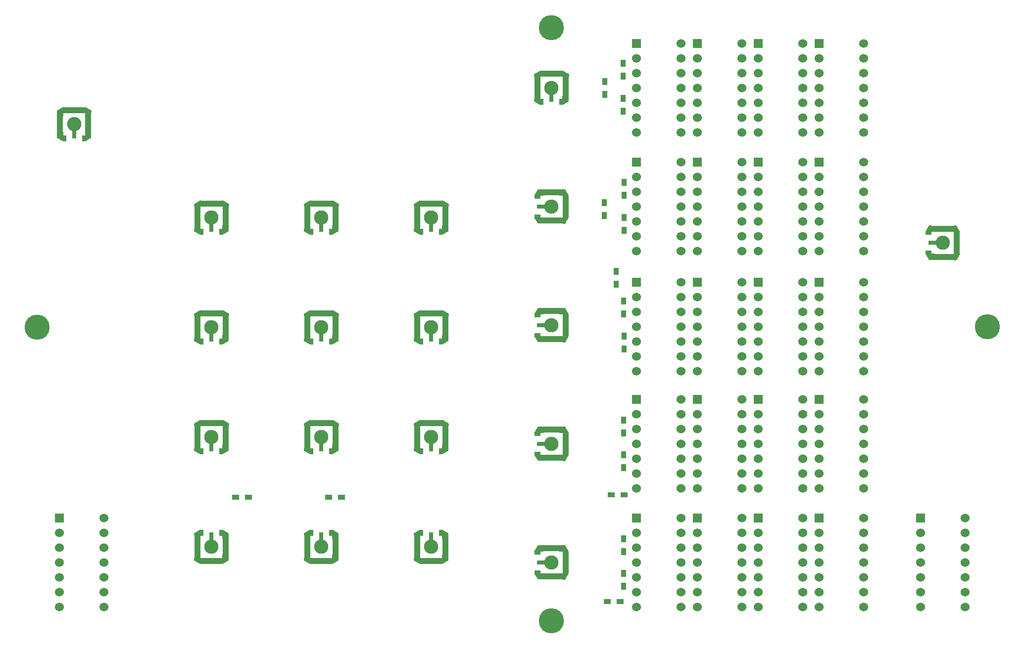
<source format=gts>
G04 #@! TF.FileFunction,Soldermask,Top*
%FSLAX46Y46*%
G04 Gerber Fmt 4.6, Leading zero omitted, Abs format (unit mm)*
G04 Created by KiCad (PCBNEW 4.0.7) date 01/05/18 00:11:09*
%MOMM*%
%LPD*%
G01*
G04 APERTURE LIST*
%ADD10C,0.100000*%
%ADD11C,4.300000*%
%ADD12R,0.900000X1.200000*%
%ADD13R,1.524000X1.524000*%
%ADD14C,1.524000*%
%ADD15R,1.200000X0.900000*%
%ADD16R,0.608000X1.090000*%
%ADD17R,1.090000X3.920000*%
%ADD18C,2.450000*%
%ADD19R,0.640000X2.450000*%
%ADD20R,3.920000X1.090000*%
%ADD21R,1.090000X0.608000*%
%ADD22R,2.450000X0.640000*%
G04 APERTURE END LIST*
D10*
D11*
X228759000Y-94371000D03*
X154220000Y-144790000D03*
D12*
X166500000Y-49300000D03*
X166500000Y-51500000D03*
X166600000Y-69700000D03*
X166600000Y-71900000D03*
X166567000Y-90000000D03*
X166567000Y-92200000D03*
X166567000Y-118504000D03*
X166567000Y-116304000D03*
X166567000Y-138824000D03*
X166567000Y-136624000D03*
X166500000Y-55300000D03*
X166500000Y-57500000D03*
X166600000Y-75700000D03*
X166600000Y-77900000D03*
X166600000Y-96000000D03*
X166600000Y-98200000D03*
X166567000Y-112550000D03*
X166567000Y-110350000D03*
X166567000Y-132870000D03*
X166567000Y-130670000D03*
D13*
X168787000Y-45847000D03*
D14*
X168787000Y-48387000D03*
X168787000Y-50927000D03*
X168787000Y-53467000D03*
X168787000Y-56007000D03*
X168787000Y-58547000D03*
X168787000Y-61087000D03*
X176407000Y-45847000D03*
X176407000Y-48387000D03*
X176407000Y-50927000D03*
X176407000Y-53467000D03*
X176407000Y-56007000D03*
X176407000Y-58547000D03*
X176407000Y-61087000D03*
D13*
X179201000Y-45847000D03*
D14*
X179201000Y-48387000D03*
X179201000Y-50927000D03*
X179201000Y-53467000D03*
X179201000Y-56007000D03*
X179201000Y-58547000D03*
X179201000Y-61087000D03*
X186821000Y-45847000D03*
X186821000Y-48387000D03*
X186821000Y-50927000D03*
X186821000Y-53467000D03*
X186821000Y-56007000D03*
X186821000Y-58547000D03*
X186821000Y-61087000D03*
D13*
X189615000Y-45847000D03*
D14*
X189615000Y-48387000D03*
X189615000Y-50927000D03*
X189615000Y-53467000D03*
X189615000Y-56007000D03*
X189615000Y-58547000D03*
X189615000Y-61087000D03*
X197235000Y-45847000D03*
X197235000Y-48387000D03*
X197235000Y-50927000D03*
X197235000Y-53467000D03*
X197235000Y-56007000D03*
X197235000Y-58547000D03*
X197235000Y-61087000D03*
D13*
X200029000Y-45847000D03*
D14*
X200029000Y-48387000D03*
X200029000Y-50927000D03*
X200029000Y-53467000D03*
X200029000Y-56007000D03*
X200029000Y-58547000D03*
X200029000Y-61087000D03*
X207649000Y-45847000D03*
X207649000Y-48387000D03*
X207649000Y-50927000D03*
X207649000Y-53467000D03*
X207649000Y-56007000D03*
X207649000Y-58547000D03*
X207649000Y-61087000D03*
D13*
X168787000Y-66167000D03*
D14*
X168787000Y-68707000D03*
X168787000Y-71247000D03*
X168787000Y-73787000D03*
X168787000Y-76327000D03*
X168787000Y-78867000D03*
X168787000Y-81407000D03*
X176407000Y-66167000D03*
X176407000Y-68707000D03*
X176407000Y-71247000D03*
X176407000Y-73787000D03*
X176407000Y-76327000D03*
X176407000Y-78867000D03*
X176407000Y-81407000D03*
D13*
X179201000Y-66167000D03*
D14*
X179201000Y-68707000D03*
X179201000Y-71247000D03*
X179201000Y-73787000D03*
X179201000Y-76327000D03*
X179201000Y-78867000D03*
X179201000Y-81407000D03*
X186821000Y-66167000D03*
X186821000Y-68707000D03*
X186821000Y-71247000D03*
X186821000Y-73787000D03*
X186821000Y-76327000D03*
X186821000Y-78867000D03*
X186821000Y-81407000D03*
D13*
X189615000Y-66167000D03*
D14*
X189615000Y-68707000D03*
X189615000Y-71247000D03*
X189615000Y-73787000D03*
X189615000Y-76327000D03*
X189615000Y-78867000D03*
X189615000Y-81407000D03*
X197235000Y-66167000D03*
X197235000Y-68707000D03*
X197235000Y-71247000D03*
X197235000Y-73787000D03*
X197235000Y-76327000D03*
X197235000Y-78867000D03*
X197235000Y-81407000D03*
D13*
X200029000Y-66167000D03*
D14*
X200029000Y-68707000D03*
X200029000Y-71247000D03*
X200029000Y-73787000D03*
X200029000Y-76327000D03*
X200029000Y-78867000D03*
X200029000Y-81407000D03*
X207649000Y-66167000D03*
X207649000Y-68707000D03*
X207649000Y-71247000D03*
X207649000Y-73787000D03*
X207649000Y-76327000D03*
X207649000Y-78867000D03*
X207649000Y-81407000D03*
D13*
X168787000Y-86741000D03*
D14*
X168787000Y-89281000D03*
X168787000Y-91821000D03*
X168787000Y-94361000D03*
X168787000Y-96901000D03*
X168787000Y-99441000D03*
X168787000Y-101981000D03*
X176407000Y-86741000D03*
X176407000Y-89281000D03*
X176407000Y-91821000D03*
X176407000Y-94361000D03*
X176407000Y-96901000D03*
X176407000Y-99441000D03*
X176407000Y-101981000D03*
D13*
X179201000Y-86741000D03*
D14*
X179201000Y-89281000D03*
X179201000Y-91821000D03*
X179201000Y-94361000D03*
X179201000Y-96901000D03*
X179201000Y-99441000D03*
X179201000Y-101981000D03*
X186821000Y-86741000D03*
X186821000Y-89281000D03*
X186821000Y-91821000D03*
X186821000Y-94361000D03*
X186821000Y-96901000D03*
X186821000Y-99441000D03*
X186821000Y-101981000D03*
D13*
X189615000Y-86741000D03*
D14*
X189615000Y-89281000D03*
X189615000Y-91821000D03*
X189615000Y-94361000D03*
X189615000Y-96901000D03*
X189615000Y-99441000D03*
X189615000Y-101981000D03*
X197235000Y-86741000D03*
X197235000Y-89281000D03*
X197235000Y-91821000D03*
X197235000Y-94361000D03*
X197235000Y-96901000D03*
X197235000Y-99441000D03*
X197235000Y-101981000D03*
D13*
X200029000Y-86741000D03*
D14*
X200029000Y-89281000D03*
X200029000Y-91821000D03*
X200029000Y-94361000D03*
X200029000Y-96901000D03*
X200029000Y-99441000D03*
X200029000Y-101981000D03*
X207649000Y-86741000D03*
X207649000Y-89281000D03*
X207649000Y-91821000D03*
X207649000Y-94361000D03*
X207649000Y-96901000D03*
X207649000Y-99441000D03*
X207649000Y-101981000D03*
D13*
X168787000Y-106807000D03*
D14*
X168787000Y-109347000D03*
X168787000Y-111887000D03*
X168787000Y-114427000D03*
X168787000Y-116967000D03*
X168787000Y-119507000D03*
X168787000Y-122047000D03*
X176407000Y-106807000D03*
X176407000Y-109347000D03*
X176407000Y-111887000D03*
X176407000Y-114427000D03*
X176407000Y-116967000D03*
X176407000Y-119507000D03*
X176407000Y-122047000D03*
D13*
X179201000Y-106807000D03*
D14*
X179201000Y-109347000D03*
X179201000Y-111887000D03*
X179201000Y-114427000D03*
X179201000Y-116967000D03*
X179201000Y-119507000D03*
X179201000Y-122047000D03*
X186821000Y-106807000D03*
X186821000Y-109347000D03*
X186821000Y-111887000D03*
X186821000Y-114427000D03*
X186821000Y-116967000D03*
X186821000Y-119507000D03*
X186821000Y-122047000D03*
D13*
X189615000Y-106807000D03*
D14*
X189615000Y-109347000D03*
X189615000Y-111887000D03*
X189615000Y-114427000D03*
X189615000Y-116967000D03*
X189615000Y-119507000D03*
X189615000Y-122047000D03*
X197235000Y-106807000D03*
X197235000Y-109347000D03*
X197235000Y-111887000D03*
X197235000Y-114427000D03*
X197235000Y-116967000D03*
X197235000Y-119507000D03*
X197235000Y-122047000D03*
D13*
X200029000Y-106807000D03*
D14*
X200029000Y-109347000D03*
X200029000Y-111887000D03*
X200029000Y-114427000D03*
X200029000Y-116967000D03*
X200029000Y-119507000D03*
X200029000Y-122047000D03*
X207649000Y-106807000D03*
X207649000Y-109347000D03*
X207649000Y-111887000D03*
X207649000Y-114427000D03*
X207649000Y-116967000D03*
X207649000Y-119507000D03*
X207649000Y-122047000D03*
D13*
X168787000Y-127127000D03*
D14*
X168787000Y-129667000D03*
X168787000Y-132207000D03*
X168787000Y-134747000D03*
X168787000Y-137287000D03*
X168787000Y-139827000D03*
X168787000Y-142367000D03*
X176407000Y-127127000D03*
X176407000Y-129667000D03*
X176407000Y-132207000D03*
X176407000Y-134747000D03*
X176407000Y-137287000D03*
X176407000Y-139827000D03*
X176407000Y-142367000D03*
D13*
X179201000Y-127127000D03*
D14*
X179201000Y-129667000D03*
X179201000Y-132207000D03*
X179201000Y-134747000D03*
X179201000Y-137287000D03*
X179201000Y-139827000D03*
X179201000Y-142367000D03*
X186821000Y-127127000D03*
X186821000Y-129667000D03*
X186821000Y-132207000D03*
X186821000Y-134747000D03*
X186821000Y-137287000D03*
X186821000Y-139827000D03*
X186821000Y-142367000D03*
D13*
X189615000Y-127127000D03*
D14*
X189615000Y-129667000D03*
X189615000Y-132207000D03*
X189615000Y-134747000D03*
X189615000Y-137287000D03*
X189615000Y-139827000D03*
X189615000Y-142367000D03*
X197235000Y-127127000D03*
X197235000Y-129667000D03*
X197235000Y-132207000D03*
X197235000Y-134747000D03*
X197235000Y-137287000D03*
X197235000Y-139827000D03*
X197235000Y-142367000D03*
D13*
X200029000Y-127127000D03*
D14*
X200029000Y-129667000D03*
X200029000Y-132207000D03*
X200029000Y-134747000D03*
X200029000Y-137287000D03*
X200029000Y-139827000D03*
X200029000Y-142367000D03*
X207649000Y-127127000D03*
X207649000Y-129667000D03*
X207649000Y-132207000D03*
X207649000Y-134747000D03*
X207649000Y-137287000D03*
X207649000Y-139827000D03*
X207649000Y-142367000D03*
D13*
X70009000Y-127127000D03*
D14*
X70009000Y-129667000D03*
X70009000Y-132207000D03*
X70009000Y-134747000D03*
X70009000Y-137287000D03*
X70009000Y-139827000D03*
X70009000Y-142367000D03*
X77629000Y-127127000D03*
X77629000Y-129667000D03*
X77629000Y-132207000D03*
X77629000Y-134747000D03*
X77629000Y-137287000D03*
X77629000Y-139827000D03*
X77629000Y-142367000D03*
D13*
X217329000Y-127127000D03*
D14*
X217329000Y-129667000D03*
X217329000Y-132207000D03*
X217329000Y-134747000D03*
X217329000Y-137287000D03*
X217329000Y-139827000D03*
X217329000Y-142367000D03*
X224949000Y-127127000D03*
X224949000Y-129667000D03*
X224949000Y-132207000D03*
X224949000Y-134747000D03*
X224949000Y-137287000D03*
X224949000Y-139827000D03*
X224949000Y-142367000D03*
D12*
X163300000Y-52400000D03*
X163300000Y-54600000D03*
X163250000Y-73150000D03*
X163250000Y-75350000D03*
X165300000Y-87100000D03*
X165300000Y-84900000D03*
D15*
X166624000Y-123200000D03*
X164424000Y-123200000D03*
X166000000Y-141500000D03*
X163800000Y-141500000D03*
D10*
G36*
X94189000Y-78654500D02*
X93099000Y-78029500D01*
X93099000Y-77654500D01*
X94189000Y-77029500D01*
X94189000Y-78654500D01*
X94189000Y-78654500D01*
G37*
G36*
X94189000Y-74354500D02*
X93099000Y-73729500D01*
X93099000Y-73354500D01*
X94189000Y-72729500D01*
X94189000Y-74354500D01*
X94189000Y-74354500D01*
G37*
G36*
X97899000Y-77029500D02*
X98989000Y-77654500D01*
X98989000Y-78029500D01*
X97899000Y-78654500D01*
X97899000Y-77029500D01*
X97899000Y-77029500D01*
G37*
D16*
X94444000Y-78092000D03*
D17*
X98459000Y-75692000D03*
D18*
X96044000Y-75692000D03*
D19*
X96044000Y-76942000D03*
D17*
X93629000Y-75692000D03*
D20*
X96044000Y-73277000D03*
D16*
X97644000Y-78092000D03*
D10*
G36*
X97949000Y-72729500D02*
X99039000Y-73354500D01*
X99039000Y-73729500D01*
X97949000Y-74354500D01*
X97949000Y-72729500D01*
X97949000Y-72729500D01*
G37*
G36*
X94189000Y-97450500D02*
X93099000Y-96825500D01*
X93099000Y-96450500D01*
X94189000Y-95825500D01*
X94189000Y-97450500D01*
X94189000Y-97450500D01*
G37*
G36*
X94189000Y-93150500D02*
X93099000Y-92525500D01*
X93099000Y-92150500D01*
X94189000Y-91525500D01*
X94189000Y-93150500D01*
X94189000Y-93150500D01*
G37*
G36*
X97899000Y-95825500D02*
X98989000Y-96450500D01*
X98989000Y-96825500D01*
X97899000Y-97450500D01*
X97899000Y-95825500D01*
X97899000Y-95825500D01*
G37*
D16*
X94444000Y-96888000D03*
D17*
X98459000Y-94488000D03*
D18*
X96044000Y-94488000D03*
D19*
X96044000Y-95738000D03*
D17*
X93629000Y-94488000D03*
D20*
X96044000Y-92073000D03*
D16*
X97644000Y-96888000D03*
D10*
G36*
X97949000Y-91525500D02*
X99039000Y-92150500D01*
X99039000Y-92525500D01*
X97949000Y-93150500D01*
X97949000Y-91525500D01*
X97949000Y-91525500D01*
G37*
G36*
X94189000Y-116246500D02*
X93099000Y-115621500D01*
X93099000Y-115246500D01*
X94189000Y-114621500D01*
X94189000Y-116246500D01*
X94189000Y-116246500D01*
G37*
G36*
X94189000Y-111946500D02*
X93099000Y-111321500D01*
X93099000Y-110946500D01*
X94189000Y-110321500D01*
X94189000Y-111946500D01*
X94189000Y-111946500D01*
G37*
G36*
X97899000Y-114621500D02*
X98989000Y-115246500D01*
X98989000Y-115621500D01*
X97899000Y-116246500D01*
X97899000Y-114621500D01*
X97899000Y-114621500D01*
G37*
D16*
X94444000Y-115684000D03*
D17*
X98459000Y-113284000D03*
D18*
X96044000Y-113284000D03*
D19*
X96044000Y-114534000D03*
D17*
X93629000Y-113284000D03*
D20*
X96044000Y-110869000D03*
D16*
X97644000Y-115684000D03*
D10*
G36*
X97949000Y-110321500D02*
X99039000Y-110946500D01*
X99039000Y-111321500D01*
X97949000Y-111946500D01*
X97949000Y-110321500D01*
X97949000Y-110321500D01*
G37*
G36*
X97899000Y-129117500D02*
X98989000Y-129742500D01*
X98989000Y-130117500D01*
X97899000Y-130742500D01*
X97899000Y-129117500D01*
X97899000Y-129117500D01*
G37*
G36*
X97899000Y-133417500D02*
X98989000Y-134042500D01*
X98989000Y-134417500D01*
X97899000Y-135042500D01*
X97899000Y-133417500D01*
X97899000Y-133417500D01*
G37*
G36*
X94189000Y-130742500D02*
X93099000Y-130117500D01*
X93099000Y-129742500D01*
X94189000Y-129117500D01*
X94189000Y-130742500D01*
X94189000Y-130742500D01*
G37*
D16*
X97644000Y-129680000D03*
D17*
X93629000Y-132080000D03*
D18*
X96044000Y-132080000D03*
D19*
X96044000Y-130830000D03*
D17*
X98459000Y-132080000D03*
D20*
X96044000Y-134495000D03*
D16*
X94444000Y-129680000D03*
D10*
G36*
X94139000Y-135042500D02*
X93049000Y-134417500D01*
X93049000Y-134042500D01*
X94139000Y-133417500D01*
X94139000Y-135042500D01*
X94139000Y-135042500D01*
G37*
G36*
X112985000Y-78654500D02*
X111895000Y-78029500D01*
X111895000Y-77654500D01*
X112985000Y-77029500D01*
X112985000Y-78654500D01*
X112985000Y-78654500D01*
G37*
G36*
X112985000Y-74354500D02*
X111895000Y-73729500D01*
X111895000Y-73354500D01*
X112985000Y-72729500D01*
X112985000Y-74354500D01*
X112985000Y-74354500D01*
G37*
G36*
X116695000Y-77029500D02*
X117785000Y-77654500D01*
X117785000Y-78029500D01*
X116695000Y-78654500D01*
X116695000Y-77029500D01*
X116695000Y-77029500D01*
G37*
D16*
X113240000Y-78092000D03*
D17*
X117255000Y-75692000D03*
D18*
X114840000Y-75692000D03*
D19*
X114840000Y-76942000D03*
D17*
X112425000Y-75692000D03*
D20*
X114840000Y-73277000D03*
D16*
X116440000Y-78092000D03*
D10*
G36*
X116745000Y-72729500D02*
X117835000Y-73354500D01*
X117835000Y-73729500D01*
X116745000Y-74354500D01*
X116745000Y-72729500D01*
X116745000Y-72729500D01*
G37*
G36*
X112985000Y-97450500D02*
X111895000Y-96825500D01*
X111895000Y-96450500D01*
X112985000Y-95825500D01*
X112985000Y-97450500D01*
X112985000Y-97450500D01*
G37*
G36*
X112985000Y-93150500D02*
X111895000Y-92525500D01*
X111895000Y-92150500D01*
X112985000Y-91525500D01*
X112985000Y-93150500D01*
X112985000Y-93150500D01*
G37*
G36*
X116695000Y-95825500D02*
X117785000Y-96450500D01*
X117785000Y-96825500D01*
X116695000Y-97450500D01*
X116695000Y-95825500D01*
X116695000Y-95825500D01*
G37*
D16*
X113240000Y-96888000D03*
D17*
X117255000Y-94488000D03*
D18*
X114840000Y-94488000D03*
D19*
X114840000Y-95738000D03*
D17*
X112425000Y-94488000D03*
D20*
X114840000Y-92073000D03*
D16*
X116440000Y-96888000D03*
D10*
G36*
X116745000Y-91525500D02*
X117835000Y-92150500D01*
X117835000Y-92525500D01*
X116745000Y-93150500D01*
X116745000Y-91525500D01*
X116745000Y-91525500D01*
G37*
G36*
X112985000Y-116246500D02*
X111895000Y-115621500D01*
X111895000Y-115246500D01*
X112985000Y-114621500D01*
X112985000Y-116246500D01*
X112985000Y-116246500D01*
G37*
G36*
X112985000Y-111946500D02*
X111895000Y-111321500D01*
X111895000Y-110946500D01*
X112985000Y-110321500D01*
X112985000Y-111946500D01*
X112985000Y-111946500D01*
G37*
G36*
X116695000Y-114621500D02*
X117785000Y-115246500D01*
X117785000Y-115621500D01*
X116695000Y-116246500D01*
X116695000Y-114621500D01*
X116695000Y-114621500D01*
G37*
D16*
X113240000Y-115684000D03*
D17*
X117255000Y-113284000D03*
D18*
X114840000Y-113284000D03*
D19*
X114840000Y-114534000D03*
D17*
X112425000Y-113284000D03*
D20*
X114840000Y-110869000D03*
D16*
X116440000Y-115684000D03*
D10*
G36*
X116745000Y-110321500D02*
X117835000Y-110946500D01*
X117835000Y-111321500D01*
X116745000Y-111946500D01*
X116745000Y-110321500D01*
X116745000Y-110321500D01*
G37*
G36*
X116695000Y-129117500D02*
X117785000Y-129742500D01*
X117785000Y-130117500D01*
X116695000Y-130742500D01*
X116695000Y-129117500D01*
X116695000Y-129117500D01*
G37*
G36*
X116695000Y-133417500D02*
X117785000Y-134042500D01*
X117785000Y-134417500D01*
X116695000Y-135042500D01*
X116695000Y-133417500D01*
X116695000Y-133417500D01*
G37*
G36*
X112985000Y-130742500D02*
X111895000Y-130117500D01*
X111895000Y-129742500D01*
X112985000Y-129117500D01*
X112985000Y-130742500D01*
X112985000Y-130742500D01*
G37*
D16*
X116440000Y-129680000D03*
D17*
X112425000Y-132080000D03*
D18*
X114840000Y-132080000D03*
D19*
X114840000Y-130830000D03*
D17*
X117255000Y-132080000D03*
D20*
X114840000Y-134495000D03*
D16*
X113240000Y-129680000D03*
D10*
G36*
X112935000Y-135042500D02*
X111845000Y-134417500D01*
X111845000Y-134042500D01*
X112935000Y-133417500D01*
X112935000Y-135042500D01*
X112935000Y-135042500D01*
G37*
G36*
X70694000Y-62652500D02*
X69604000Y-62027500D01*
X69604000Y-61652500D01*
X70694000Y-61027500D01*
X70694000Y-62652500D01*
X70694000Y-62652500D01*
G37*
G36*
X70694000Y-58352500D02*
X69604000Y-57727500D01*
X69604000Y-57352500D01*
X70694000Y-56727500D01*
X70694000Y-58352500D01*
X70694000Y-58352500D01*
G37*
G36*
X74404000Y-61027500D02*
X75494000Y-61652500D01*
X75494000Y-62027500D01*
X74404000Y-62652500D01*
X74404000Y-61027500D01*
X74404000Y-61027500D01*
G37*
D16*
X70949000Y-62090000D03*
D17*
X74964000Y-59690000D03*
D18*
X72549000Y-59690000D03*
D19*
X72549000Y-60940000D03*
D17*
X70134000Y-59690000D03*
D20*
X72549000Y-57275000D03*
D16*
X74149000Y-62090000D03*
D10*
G36*
X74454000Y-56727500D02*
X75544000Y-57352500D01*
X75544000Y-57727500D01*
X74454000Y-58352500D01*
X74454000Y-56727500D01*
X74454000Y-56727500D01*
G37*
G36*
X131781000Y-78654500D02*
X130691000Y-78029500D01*
X130691000Y-77654500D01*
X131781000Y-77029500D01*
X131781000Y-78654500D01*
X131781000Y-78654500D01*
G37*
G36*
X131781000Y-74354500D02*
X130691000Y-73729500D01*
X130691000Y-73354500D01*
X131781000Y-72729500D01*
X131781000Y-74354500D01*
X131781000Y-74354500D01*
G37*
G36*
X135491000Y-77029500D02*
X136581000Y-77654500D01*
X136581000Y-78029500D01*
X135491000Y-78654500D01*
X135491000Y-77029500D01*
X135491000Y-77029500D01*
G37*
D16*
X132036000Y-78092000D03*
D17*
X136051000Y-75692000D03*
D18*
X133636000Y-75692000D03*
D19*
X133636000Y-76942000D03*
D17*
X131221000Y-75692000D03*
D20*
X133636000Y-73277000D03*
D16*
X135236000Y-78092000D03*
D10*
G36*
X135541000Y-72729500D02*
X136631000Y-73354500D01*
X136631000Y-73729500D01*
X135541000Y-74354500D01*
X135541000Y-72729500D01*
X135541000Y-72729500D01*
G37*
G36*
X131781000Y-97450500D02*
X130691000Y-96825500D01*
X130691000Y-96450500D01*
X131781000Y-95825500D01*
X131781000Y-97450500D01*
X131781000Y-97450500D01*
G37*
G36*
X131781000Y-93150500D02*
X130691000Y-92525500D01*
X130691000Y-92150500D01*
X131781000Y-91525500D01*
X131781000Y-93150500D01*
X131781000Y-93150500D01*
G37*
G36*
X135491000Y-95825500D02*
X136581000Y-96450500D01*
X136581000Y-96825500D01*
X135491000Y-97450500D01*
X135491000Y-95825500D01*
X135491000Y-95825500D01*
G37*
D16*
X132036000Y-96888000D03*
D17*
X136051000Y-94488000D03*
D18*
X133636000Y-94488000D03*
D19*
X133636000Y-95738000D03*
D17*
X131221000Y-94488000D03*
D20*
X133636000Y-92073000D03*
D16*
X135236000Y-96888000D03*
D10*
G36*
X135541000Y-91525500D02*
X136631000Y-92150500D01*
X136631000Y-92525500D01*
X135541000Y-93150500D01*
X135541000Y-91525500D01*
X135541000Y-91525500D01*
G37*
G36*
X131781000Y-116246500D02*
X130691000Y-115621500D01*
X130691000Y-115246500D01*
X131781000Y-114621500D01*
X131781000Y-116246500D01*
X131781000Y-116246500D01*
G37*
G36*
X131781000Y-111946500D02*
X130691000Y-111321500D01*
X130691000Y-110946500D01*
X131781000Y-110321500D01*
X131781000Y-111946500D01*
X131781000Y-111946500D01*
G37*
G36*
X135491000Y-114621500D02*
X136581000Y-115246500D01*
X136581000Y-115621500D01*
X135491000Y-116246500D01*
X135491000Y-114621500D01*
X135491000Y-114621500D01*
G37*
D16*
X132036000Y-115684000D03*
D17*
X136051000Y-113284000D03*
D18*
X133636000Y-113284000D03*
D19*
X133636000Y-114534000D03*
D17*
X131221000Y-113284000D03*
D20*
X133636000Y-110869000D03*
D16*
X135236000Y-115684000D03*
D10*
G36*
X135541000Y-110321500D02*
X136631000Y-110946500D01*
X136631000Y-111321500D01*
X135541000Y-111946500D01*
X135541000Y-110321500D01*
X135541000Y-110321500D01*
G37*
G36*
X135491000Y-129117500D02*
X136581000Y-129742500D01*
X136581000Y-130117500D01*
X135491000Y-130742500D01*
X135491000Y-129117500D01*
X135491000Y-129117500D01*
G37*
G36*
X135491000Y-133417500D02*
X136581000Y-134042500D01*
X136581000Y-134417500D01*
X135491000Y-135042500D01*
X135491000Y-133417500D01*
X135491000Y-133417500D01*
G37*
G36*
X131781000Y-130742500D02*
X130691000Y-130117500D01*
X130691000Y-129742500D01*
X131781000Y-129117500D01*
X131781000Y-130742500D01*
X131781000Y-130742500D01*
G37*
D16*
X135236000Y-129680000D03*
D17*
X131221000Y-132080000D03*
D18*
X133636000Y-132080000D03*
D19*
X133636000Y-130830000D03*
D17*
X136051000Y-132080000D03*
D20*
X133636000Y-134495000D03*
D16*
X132036000Y-129680000D03*
D10*
G36*
X131731000Y-135042500D02*
X130641000Y-134417500D01*
X130641000Y-134042500D01*
X131731000Y-133417500D01*
X131731000Y-135042500D01*
X131731000Y-135042500D01*
G37*
G36*
X218176500Y-78155000D02*
X218801500Y-77065000D01*
X219176500Y-77065000D01*
X219801500Y-78155000D01*
X218176500Y-78155000D01*
X218176500Y-78155000D01*
G37*
G36*
X222476500Y-78155000D02*
X223101500Y-77065000D01*
X223476500Y-77065000D01*
X224101500Y-78155000D01*
X222476500Y-78155000D01*
X222476500Y-78155000D01*
G37*
G36*
X219801500Y-81865000D02*
X219176500Y-82955000D01*
X218801500Y-82955000D01*
X218176500Y-81865000D01*
X219801500Y-81865000D01*
X219801500Y-81865000D01*
G37*
D21*
X218739000Y-78410000D03*
D20*
X221139000Y-82425000D03*
D18*
X221139000Y-80010000D03*
D22*
X219889000Y-80010000D03*
D20*
X221139000Y-77595000D03*
D17*
X223554000Y-80010000D03*
D21*
X218739000Y-81610000D03*
D10*
G36*
X224101500Y-81915000D02*
X223476500Y-83005000D01*
X223101500Y-83005000D01*
X222476500Y-81915000D01*
X224101500Y-81915000D01*
X224101500Y-81915000D01*
G37*
G36*
X151247500Y-71932000D02*
X151872500Y-70842000D01*
X152247500Y-70842000D01*
X152872500Y-71932000D01*
X151247500Y-71932000D01*
X151247500Y-71932000D01*
G37*
G36*
X155547500Y-71932000D02*
X156172500Y-70842000D01*
X156547500Y-70842000D01*
X157172500Y-71932000D01*
X155547500Y-71932000D01*
X155547500Y-71932000D01*
G37*
G36*
X152872500Y-75642000D02*
X152247500Y-76732000D01*
X151872500Y-76732000D01*
X151247500Y-75642000D01*
X152872500Y-75642000D01*
X152872500Y-75642000D01*
G37*
D21*
X151810000Y-72187000D03*
D20*
X154210000Y-76202000D03*
D18*
X154210000Y-73787000D03*
D22*
X152960000Y-73787000D03*
D20*
X154210000Y-71372000D03*
D17*
X156625000Y-73787000D03*
D21*
X151810000Y-75387000D03*
D10*
G36*
X157172500Y-75692000D02*
X156547500Y-76782000D01*
X156172500Y-76782000D01*
X155547500Y-75692000D01*
X157172500Y-75692000D01*
X157172500Y-75692000D01*
G37*
G36*
X151247500Y-92252000D02*
X151872500Y-91162000D01*
X152247500Y-91162000D01*
X152872500Y-92252000D01*
X151247500Y-92252000D01*
X151247500Y-92252000D01*
G37*
G36*
X155547500Y-92252000D02*
X156172500Y-91162000D01*
X156547500Y-91162000D01*
X157172500Y-92252000D01*
X155547500Y-92252000D01*
X155547500Y-92252000D01*
G37*
G36*
X152872500Y-95962000D02*
X152247500Y-97052000D01*
X151872500Y-97052000D01*
X151247500Y-95962000D01*
X152872500Y-95962000D01*
X152872500Y-95962000D01*
G37*
D21*
X151810000Y-92507000D03*
D20*
X154210000Y-96522000D03*
D18*
X154210000Y-94107000D03*
D22*
X152960000Y-94107000D03*
D20*
X154210000Y-91692000D03*
D17*
X156625000Y-94107000D03*
D21*
X151810000Y-95707000D03*
D10*
G36*
X157172500Y-96012000D02*
X156547500Y-97102000D01*
X156172500Y-97102000D01*
X155547500Y-96012000D01*
X157172500Y-96012000D01*
X157172500Y-96012000D01*
G37*
G36*
X151247500Y-112572000D02*
X151872500Y-111482000D01*
X152247500Y-111482000D01*
X152872500Y-112572000D01*
X151247500Y-112572000D01*
X151247500Y-112572000D01*
G37*
G36*
X155547500Y-112572000D02*
X156172500Y-111482000D01*
X156547500Y-111482000D01*
X157172500Y-112572000D01*
X155547500Y-112572000D01*
X155547500Y-112572000D01*
G37*
G36*
X152872500Y-116282000D02*
X152247500Y-117372000D01*
X151872500Y-117372000D01*
X151247500Y-116282000D01*
X152872500Y-116282000D01*
X152872500Y-116282000D01*
G37*
D21*
X151810000Y-112827000D03*
D20*
X154210000Y-116842000D03*
D18*
X154210000Y-114427000D03*
D22*
X152960000Y-114427000D03*
D20*
X154210000Y-112012000D03*
D17*
X156625000Y-114427000D03*
D21*
X151810000Y-116027000D03*
D10*
G36*
X157172500Y-116332000D02*
X156547500Y-117422000D01*
X156172500Y-117422000D01*
X155547500Y-116332000D01*
X157172500Y-116332000D01*
X157172500Y-116332000D01*
G37*
G36*
X151247500Y-132892000D02*
X151872500Y-131802000D01*
X152247500Y-131802000D01*
X152872500Y-132892000D01*
X151247500Y-132892000D01*
X151247500Y-132892000D01*
G37*
G36*
X155547500Y-132892000D02*
X156172500Y-131802000D01*
X156547500Y-131802000D01*
X157172500Y-132892000D01*
X155547500Y-132892000D01*
X155547500Y-132892000D01*
G37*
G36*
X152872500Y-136602000D02*
X152247500Y-137692000D01*
X151872500Y-137692000D01*
X151247500Y-136602000D01*
X152872500Y-136602000D01*
X152872500Y-136602000D01*
G37*
D21*
X151810000Y-133147000D03*
D20*
X154210000Y-137162000D03*
D18*
X154210000Y-134747000D03*
D22*
X152960000Y-134747000D03*
D20*
X154210000Y-132332000D03*
D17*
X156625000Y-134747000D03*
D21*
X151810000Y-136347000D03*
D10*
G36*
X157172500Y-136652000D02*
X156547500Y-137742000D01*
X156172500Y-137742000D01*
X155547500Y-136652000D01*
X157172500Y-136652000D01*
X157172500Y-136652000D01*
G37*
G36*
X152355000Y-56429500D02*
X151265000Y-55804500D01*
X151265000Y-55429500D01*
X152355000Y-54804500D01*
X152355000Y-56429500D01*
X152355000Y-56429500D01*
G37*
G36*
X152355000Y-52129500D02*
X151265000Y-51504500D01*
X151265000Y-51129500D01*
X152355000Y-50504500D01*
X152355000Y-52129500D01*
X152355000Y-52129500D01*
G37*
G36*
X156065000Y-54804500D02*
X157155000Y-55429500D01*
X157155000Y-55804500D01*
X156065000Y-56429500D01*
X156065000Y-54804500D01*
X156065000Y-54804500D01*
G37*
D16*
X152610000Y-55867000D03*
D17*
X156625000Y-53467000D03*
D18*
X154210000Y-53467000D03*
D19*
X154210000Y-54717000D03*
D17*
X151795000Y-53467000D03*
D20*
X154210000Y-51052000D03*
D16*
X155810000Y-55867000D03*
D10*
G36*
X156115000Y-50504500D02*
X157205000Y-51129500D01*
X157205000Y-51504500D01*
X156115000Y-52129500D01*
X156115000Y-50504500D01*
X156115000Y-50504500D01*
G37*
D11*
X154210000Y-43200000D03*
D15*
X100200000Y-123600000D03*
X102400000Y-123600000D03*
X118300000Y-123600000D03*
X116100000Y-123600000D03*
D11*
X66199000Y-94497900D03*
M02*

</source>
